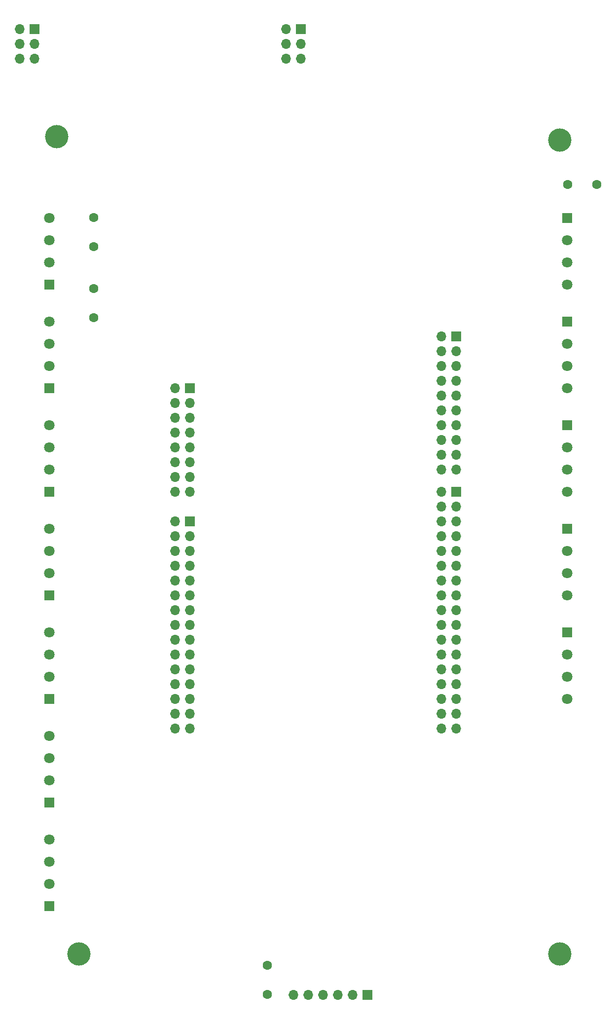
<source format=gbr>
%TF.GenerationSoftware,KiCad,Pcbnew,(5.1.10)-1*%
%TF.CreationDate,2021-06-13T22:47:20+01:00*%
%TF.ProjectId,shield,73686965-6c64-42e6-9b69-6361645f7063,rev?*%
%TF.SameCoordinates,Original*%
%TF.FileFunction,Soldermask,Bot*%
%TF.FilePolarity,Negative*%
%FSLAX46Y46*%
G04 Gerber Fmt 4.6, Leading zero omitted, Abs format (unit mm)*
G04 Created by KiCad (PCBNEW (5.1.10)-1) date 2021-06-13 22:47:20*
%MOMM*%
%LPD*%
G01*
G04 APERTURE LIST*
%ADD10C,4.000000*%
%ADD11C,1.800000*%
%ADD12R,1.800000X1.800000*%
%ADD13O,1.700000X1.700000*%
%ADD14R,1.700000X1.700000*%
%ADD15C,1.600000*%
G04 APERTURE END LIST*
D10*
%TO.C,H4*%
X146050000Y-186690000D03*
%TD*%
%TO.C,H3*%
X146050000Y-46990000D03*
%TD*%
%TO.C,H2*%
X63500000Y-186690000D03*
%TD*%
%TO.C,H1*%
X59690000Y-46355000D03*
%TD*%
D11*
%TO.C,J11*%
X58420000Y-167005000D03*
X58420000Y-170815000D03*
X58420000Y-174625000D03*
D12*
X58420000Y-178435000D03*
%TD*%
D13*
%TO.C,CN10*%
X125730000Y-147955000D03*
X128270000Y-147955000D03*
X125730000Y-145415000D03*
X128270000Y-145415000D03*
X125730000Y-142875000D03*
X128270000Y-142875000D03*
X125730000Y-140335000D03*
X128270000Y-140335000D03*
X125730000Y-137795000D03*
X128270000Y-137795000D03*
X125730000Y-135255000D03*
X128270000Y-135255000D03*
X125730000Y-132715000D03*
X128270000Y-132715000D03*
X125730000Y-130175000D03*
X128270000Y-130175000D03*
X125730000Y-127635000D03*
X128270000Y-127635000D03*
X125730000Y-125095000D03*
X128270000Y-125095000D03*
X125730000Y-122555000D03*
X128270000Y-122555000D03*
X125730000Y-120015000D03*
X128270000Y-120015000D03*
X125730000Y-117475000D03*
X128270000Y-117475000D03*
X125730000Y-114935000D03*
X128270000Y-114935000D03*
X125730000Y-112395000D03*
X128270000Y-112395000D03*
X125730000Y-109855000D03*
X128270000Y-109855000D03*
X125730000Y-107315000D03*
D14*
X128270000Y-107315000D03*
%TD*%
D11*
%TO.C,J12*%
X147320000Y-142875000D03*
X147320000Y-139065000D03*
X147320000Y-135255000D03*
D12*
X147320000Y-131445000D03*
%TD*%
D15*
%TO.C,C_SLINHA1*%
X66040000Y-72470000D03*
X66040000Y-77470000D03*
%TD*%
%TO.C,C_SOBST1*%
X66040000Y-65310000D03*
X66040000Y-60310000D03*
%TD*%
%TO.C,C_RFID1*%
X147400000Y-54610000D03*
X152400000Y-54610000D03*
%TD*%
%TO.C,C_BLUE1*%
X95885000Y-193595000D03*
X95885000Y-188595000D03*
%TD*%
D11*
%TO.C,J10*%
X58420000Y-149225000D03*
X58420000Y-153035000D03*
X58420000Y-156845000D03*
D12*
X58420000Y-160655000D03*
%TD*%
D11*
%TO.C,J9*%
X58420000Y-131445000D03*
X58420000Y-135255000D03*
X58420000Y-139065000D03*
D12*
X58420000Y-142875000D03*
%TD*%
D11*
%TO.C,J8*%
X58420000Y-113665000D03*
X58420000Y-117475000D03*
X58420000Y-121285000D03*
D12*
X58420000Y-125095000D03*
%TD*%
D13*
%TO.C,PS_5V1*%
X53340000Y-33020000D03*
X55880000Y-33020000D03*
X53340000Y-30480000D03*
X55880000Y-30480000D03*
X53340000Y-27940000D03*
D14*
X55880000Y-27940000D03*
%TD*%
D13*
%TO.C,PS_3V3*%
X99060000Y-33020000D03*
X101600000Y-33020000D03*
X99060000Y-30480000D03*
X101600000Y-30480000D03*
X99060000Y-27940000D03*
D14*
X101600000Y-27940000D03*
%TD*%
D11*
%TO.C,J7*%
X147320000Y-71755000D03*
X147320000Y-67945000D03*
X147320000Y-64135000D03*
D12*
X147320000Y-60325000D03*
%TD*%
%TO.C,J6*%
X147320000Y-78105000D03*
D11*
X147320000Y-81915000D03*
X147320000Y-85725000D03*
X147320000Y-89535000D03*
%TD*%
D12*
%TO.C,J5*%
X147320000Y-95885000D03*
D11*
X147320000Y-99695000D03*
X147320000Y-103505000D03*
X147320000Y-107315000D03*
%TD*%
D12*
%TO.C,J4*%
X147320000Y-113665000D03*
D11*
X147320000Y-117475000D03*
X147320000Y-121285000D03*
X147320000Y-125095000D03*
%TD*%
%TO.C,J3*%
X58420000Y-60325000D03*
X58420000Y-64135000D03*
X58420000Y-67945000D03*
D12*
X58420000Y-71755000D03*
%TD*%
D11*
%TO.C,J2*%
X58420000Y-78105000D03*
X58420000Y-81915000D03*
X58420000Y-85725000D03*
D12*
X58420000Y-89535000D03*
%TD*%
D11*
%TO.C,J1*%
X58420000Y-95885000D03*
X58420000Y-99695000D03*
X58420000Y-103505000D03*
D12*
X58420000Y-107315000D03*
%TD*%
D13*
%TO.C,CN9*%
X80010000Y-147955000D03*
X82550000Y-147955000D03*
X80010000Y-145415000D03*
X82550000Y-145415000D03*
X80010000Y-142875000D03*
X82550000Y-142875000D03*
X80010000Y-140335000D03*
X82550000Y-140335000D03*
X80010000Y-137795000D03*
X82550000Y-137795000D03*
X80010000Y-135255000D03*
X82550000Y-135255000D03*
X80010000Y-132715000D03*
X82550000Y-132715000D03*
X80010000Y-130175000D03*
X82550000Y-130175000D03*
X80010000Y-127635000D03*
X82550000Y-127635000D03*
X80010000Y-125095000D03*
X82550000Y-125095000D03*
X80010000Y-122555000D03*
X82550000Y-122555000D03*
X80010000Y-120015000D03*
X82550000Y-120015000D03*
X80010000Y-117475000D03*
X82550000Y-117475000D03*
X80010000Y-114935000D03*
X82550000Y-114935000D03*
X80010000Y-112395000D03*
D14*
X82550000Y-112395000D03*
%TD*%
D13*
%TO.C,CN8*%
X80010000Y-107315000D03*
X82550000Y-107315000D03*
X80010000Y-104775000D03*
X82550000Y-104775000D03*
X80010000Y-102235000D03*
X82550000Y-102235000D03*
X80010000Y-99695000D03*
X82550000Y-99695000D03*
X80010000Y-97155000D03*
X82550000Y-97155000D03*
X80010000Y-94615000D03*
X82550000Y-94615000D03*
X80010000Y-92075000D03*
X82550000Y-92075000D03*
X80010000Y-89535000D03*
D14*
X82550000Y-89535000D03*
%TD*%
D13*
%TO.C,CN7*%
X125730000Y-103505000D03*
X128270000Y-103505000D03*
X125730000Y-100965000D03*
X128270000Y-100965000D03*
X125730000Y-98425000D03*
X128270000Y-98425000D03*
X125730000Y-95885000D03*
X128270000Y-95885000D03*
X125730000Y-93345000D03*
X128270000Y-93345000D03*
X125730000Y-90805000D03*
X128270000Y-90805000D03*
X125730000Y-88265000D03*
X128270000Y-88265000D03*
X125730000Y-85725000D03*
X128270000Y-85725000D03*
X125730000Y-83185000D03*
X128270000Y-83185000D03*
X125730000Y-80645000D03*
D14*
X128270000Y-80645000D03*
%TD*%
D13*
%TO.C,Bluetooth1*%
X100330000Y-193675000D03*
X102870000Y-193675000D03*
X105410000Y-193675000D03*
X107950000Y-193675000D03*
X110490000Y-193675000D03*
D14*
X113030000Y-193675000D03*
%TD*%
M02*

</source>
